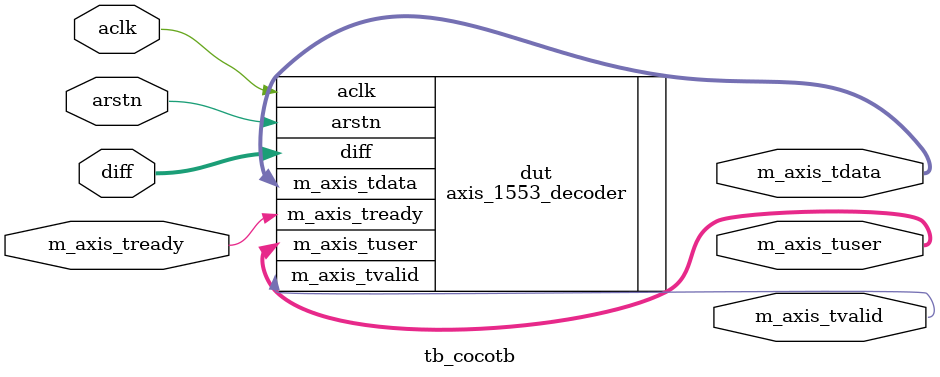
<source format=v>

`timescale 1ns/100ps

/*
 * Module: tb_cocotb
 *
 * This core is a MIL-STD-1553 to AXI streaming decoder.
 * It uses the postive edge of a clock to sample data.
 * This restricts the core to 2 Mhz and above for a sample clock.
 *
 * Parameters:
 *
 *   CLOCK_SPEED      - This is the aclk frequency in Hz, must be 2 MHz or above.
 *   SAMPLE_RATE      - 2 MHz or above rate that is an even divisor of CLOCK_SPEED
 *   BIT_SLICE_OFFSET - Changes the bit that is selected for data reduction.
 *   INVERT_DATA      - Will invert all decoded data.
 *   SAMPLE_SELECT    - Changes the bit that is sampled for data capture.
 *
 * Ports:
 *
 *   aclk           - Clock for all logic
 *   arstn          - Negative reset
 *   m_axis_tdata   - Output data for 1553 decoder.
 *   m_axis_tvalid  - When active high the output data is valid.
 *   m_axis_tuser   - Information about the AXIS data {TYY,NA,D,I,P}
 *
 *                    Bits explained below:
 *                  --- Code
 *                    - TYY = TYPE OF DATA
 *                          - 000 NA
 *                          - 001 REG (NOT IMPLIMENTED)
 *                          - 010 DATA
 *                          - 100 CMD/STATUS
 *                    - NA  = RESERVED FOR FUTURE USE.
 *                    - D   = DELAY BEFORE DATA
 *                          - 1 = Delay of 4us or more before data
 *                          - 0 = No delay between data
 *                    - I   = INVERT
 *                          - 1 = Inverted data
 *                          - 0 = Normal data
 *                    - P   = PARITY
 *                          - 1 = GOOD
 *                          - 0 = BAD
 *                  ---
 *
 *   m_axis_tready  - When active high the destination device is ready for data.
 *   diff           - Output data in TTL differential format.
 */
module tb_cocotb #(
    parameter CLOCK_SPEED = 20000000,
    parameter SAMPLE_RATE = 2000000,
    parameter BIT_SLICE_OFFSET = 0,
    parameter INVERT_DATA = 0,
    parameter SAMPLE_SELECT = 0
  )
  (
    input             aclk,
    input             arstn,
    output  [15:0]    m_axis_tdata,
    output            m_axis_tvalid,
    output  [ 7:0]    m_axis_tuser,
    input             m_axis_tready,
    input   [ 1:0]    diff
  );
  // fst dump command
  initial begin
    $dumpfile ("tb_cocotb.fst");
    $dumpvars (0, tb_cocotb);
    #1;
  end
  
  //Group: Instantiated Modules

  /*
   * Module: dut
   *
   * Device under test, axis_1553_decoder
   */
   axis_1553_decoder #(
    .CLOCK_SPEED(CLOCK_SPEED),
    .SAMPLE_RATE(SAMPLE_RATE),
    .BIT_SLICE_OFFSET(BIT_SLICE_OFFSET),
    .INVERT_DATA(INVERT_DATA),
    .SAMPLE_SELECT(SAMPLE_SELECT)
  ) dut (
    .aclk(aclk),
    .arstn(arstn),
    .m_axis_tdata(m_axis_tdata),
    .m_axis_tvalid(m_axis_tvalid),
    .m_axis_tuser(m_axis_tuser),
    .m_axis_tready(m_axis_tready),
    .diff(diff)
  );
  
endmodule


</source>
